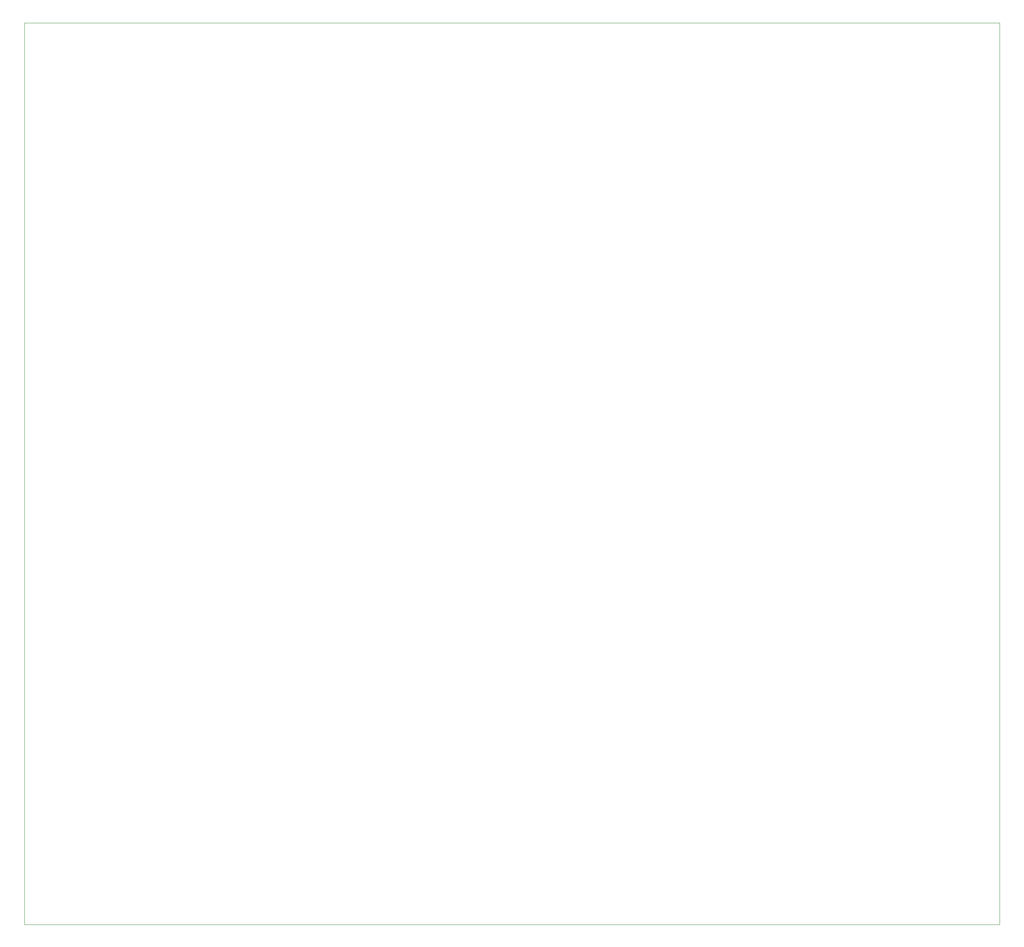
<source format=gm1>
%TF.GenerationSoftware,KiCad,Pcbnew,6.0.11-3.fc37*%
%TF.CreationDate,2023-05-08*%
%TF.ProjectId,example,6578616d-706c-4652-9e6b-696361645f70,rev?*%
%TF.SameCoordinates,Original*%
%TF.FileFunction,Profile,NP*%
%FSLAX46Y46*%
G04 Gerber Fmt 4.6, Leading zero omitted, Abs format (unit mm)*
G04 Created by KiCad (PCBNEW 6.0.11-3.fc37) date 2023-05-08*
%MOMM*%
%LPD*%
G01*
G04 APERTURE LIST*
%TA.AperFunction,Profile*%
%ADD10C,0.050000*%
%TD*%
G04 APERTURE END LIST*
D10*
X-105000000Y75000000D02*
X108000000Y75000000D01*
X108000000Y75000000D02*
X108000000Y-122000000D01*
X108000000Y-122000000D02*
X-105000000Y-122000000D01*
X-105000000Y-122000000D02*
X-105000000Y75000000D01*
M02*

</source>
